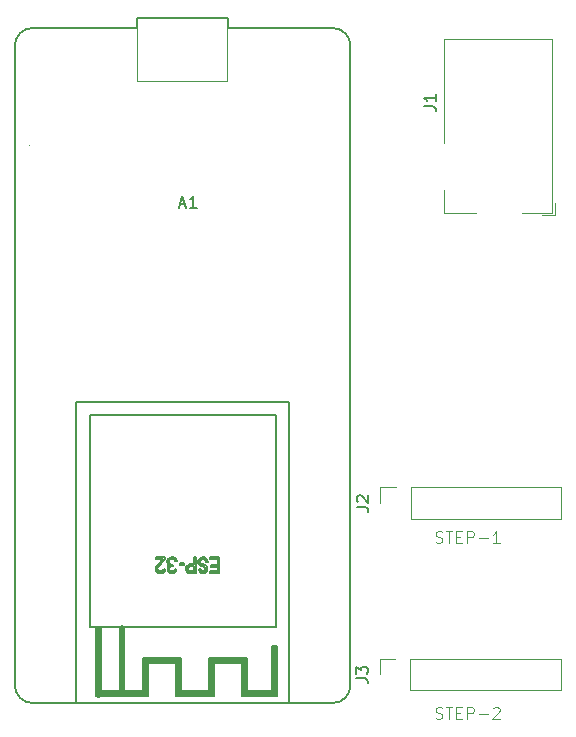
<source format=gbr>
%TF.GenerationSoftware,KiCad,Pcbnew,9.0.2*%
%TF.CreationDate,2025-06-04T23:15:31+05:30*%
%TF.ProjectId,andytrackerPCB,616e6479-7472-4616-936b-65725043422e,rev?*%
%TF.SameCoordinates,Original*%
%TF.FileFunction,Legend,Top*%
%TF.FilePolarity,Positive*%
%FSLAX46Y46*%
G04 Gerber Fmt 4.6, Leading zero omitted, Abs format (unit mm)*
G04 Created by KiCad (PCBNEW 9.0.2) date 2025-06-04 23:15:31*
%MOMM*%
%LPD*%
G01*
G04 APERTURE LIST*
%ADD10C,0.100000*%
%ADD11C,0.150000*%
%ADD12C,0.120000*%
%ADD13C,0.170000*%
%ADD14C,0.200000*%
%ADD15C,0.400000*%
%ADD16C,0.500000*%
G04 APERTURE END LIST*
D10*
X183256265Y-106324800D02*
X183399122Y-106372419D01*
X183399122Y-106372419D02*
X183637217Y-106372419D01*
X183637217Y-106372419D02*
X183732455Y-106324800D01*
X183732455Y-106324800D02*
X183780074Y-106277180D01*
X183780074Y-106277180D02*
X183827693Y-106181942D01*
X183827693Y-106181942D02*
X183827693Y-106086704D01*
X183827693Y-106086704D02*
X183780074Y-105991466D01*
X183780074Y-105991466D02*
X183732455Y-105943847D01*
X183732455Y-105943847D02*
X183637217Y-105896228D01*
X183637217Y-105896228D02*
X183446741Y-105848609D01*
X183446741Y-105848609D02*
X183351503Y-105800990D01*
X183351503Y-105800990D02*
X183303884Y-105753371D01*
X183303884Y-105753371D02*
X183256265Y-105658133D01*
X183256265Y-105658133D02*
X183256265Y-105562895D01*
X183256265Y-105562895D02*
X183303884Y-105467657D01*
X183303884Y-105467657D02*
X183351503Y-105420038D01*
X183351503Y-105420038D02*
X183446741Y-105372419D01*
X183446741Y-105372419D02*
X183684836Y-105372419D01*
X183684836Y-105372419D02*
X183827693Y-105420038D01*
X184113408Y-105372419D02*
X184684836Y-105372419D01*
X184399122Y-106372419D02*
X184399122Y-105372419D01*
X185018170Y-105848609D02*
X185351503Y-105848609D01*
X185494360Y-106372419D02*
X185018170Y-106372419D01*
X185018170Y-106372419D02*
X185018170Y-105372419D01*
X185018170Y-105372419D02*
X185494360Y-105372419D01*
X185922932Y-106372419D02*
X185922932Y-105372419D01*
X185922932Y-105372419D02*
X186303884Y-105372419D01*
X186303884Y-105372419D02*
X186399122Y-105420038D01*
X186399122Y-105420038D02*
X186446741Y-105467657D01*
X186446741Y-105467657D02*
X186494360Y-105562895D01*
X186494360Y-105562895D02*
X186494360Y-105705752D01*
X186494360Y-105705752D02*
X186446741Y-105800990D01*
X186446741Y-105800990D02*
X186399122Y-105848609D01*
X186399122Y-105848609D02*
X186303884Y-105896228D01*
X186303884Y-105896228D02*
X185922932Y-105896228D01*
X186922932Y-105991466D02*
X187684837Y-105991466D01*
X188684836Y-106372419D02*
X188113408Y-106372419D01*
X188399122Y-106372419D02*
X188399122Y-105372419D01*
X188399122Y-105372419D02*
X188303884Y-105515276D01*
X188303884Y-105515276D02*
X188208646Y-105610514D01*
X188208646Y-105610514D02*
X188113408Y-105658133D01*
X183256265Y-121214856D02*
X183399122Y-121262475D01*
X183399122Y-121262475D02*
X183637217Y-121262475D01*
X183637217Y-121262475D02*
X183732455Y-121214856D01*
X183732455Y-121214856D02*
X183780074Y-121167236D01*
X183780074Y-121167236D02*
X183827693Y-121071998D01*
X183827693Y-121071998D02*
X183827693Y-120976760D01*
X183827693Y-120976760D02*
X183780074Y-120881522D01*
X183780074Y-120881522D02*
X183732455Y-120833903D01*
X183732455Y-120833903D02*
X183637217Y-120786284D01*
X183637217Y-120786284D02*
X183446741Y-120738665D01*
X183446741Y-120738665D02*
X183351503Y-120691046D01*
X183351503Y-120691046D02*
X183303884Y-120643427D01*
X183303884Y-120643427D02*
X183256265Y-120548189D01*
X183256265Y-120548189D02*
X183256265Y-120452951D01*
X183256265Y-120452951D02*
X183303884Y-120357713D01*
X183303884Y-120357713D02*
X183351503Y-120310094D01*
X183351503Y-120310094D02*
X183446741Y-120262475D01*
X183446741Y-120262475D02*
X183684836Y-120262475D01*
X183684836Y-120262475D02*
X183827693Y-120310094D01*
X184113408Y-120262475D02*
X184684836Y-120262475D01*
X184399122Y-121262475D02*
X184399122Y-120262475D01*
X185018170Y-120738665D02*
X185351503Y-120738665D01*
X185494360Y-121262475D02*
X185018170Y-121262475D01*
X185018170Y-121262475D02*
X185018170Y-120262475D01*
X185018170Y-120262475D02*
X185494360Y-120262475D01*
X185922932Y-121262475D02*
X185922932Y-120262475D01*
X185922932Y-120262475D02*
X186303884Y-120262475D01*
X186303884Y-120262475D02*
X186399122Y-120310094D01*
X186399122Y-120310094D02*
X186446741Y-120357713D01*
X186446741Y-120357713D02*
X186494360Y-120452951D01*
X186494360Y-120452951D02*
X186494360Y-120595808D01*
X186494360Y-120595808D02*
X186446741Y-120691046D01*
X186446741Y-120691046D02*
X186399122Y-120738665D01*
X186399122Y-120738665D02*
X186303884Y-120786284D01*
X186303884Y-120786284D02*
X185922932Y-120786284D01*
X186922932Y-120881522D02*
X187684837Y-120881522D01*
X188113408Y-120357713D02*
X188161027Y-120310094D01*
X188161027Y-120310094D02*
X188256265Y-120262475D01*
X188256265Y-120262475D02*
X188494360Y-120262475D01*
X188494360Y-120262475D02*
X188589598Y-120310094D01*
X188589598Y-120310094D02*
X188637217Y-120357713D01*
X188637217Y-120357713D02*
X188684836Y-120452951D01*
X188684836Y-120452951D02*
X188684836Y-120548189D01*
X188684836Y-120548189D02*
X188637217Y-120691046D01*
X188637217Y-120691046D02*
X188065789Y-121262475D01*
X188065789Y-121262475D02*
X188684836Y-121262475D01*
D11*
X176524819Y-117833333D02*
X177239104Y-117833333D01*
X177239104Y-117833333D02*
X177381961Y-117880952D01*
X177381961Y-117880952D02*
X177477200Y-117976190D01*
X177477200Y-117976190D02*
X177524819Y-118119047D01*
X177524819Y-118119047D02*
X177524819Y-118214285D01*
X176524819Y-117452380D02*
X176524819Y-116833333D01*
X176524819Y-116833333D02*
X176905771Y-117166666D01*
X176905771Y-117166666D02*
X176905771Y-117023809D01*
X176905771Y-117023809D02*
X176953390Y-116928571D01*
X176953390Y-116928571D02*
X177001009Y-116880952D01*
X177001009Y-116880952D02*
X177096247Y-116833333D01*
X177096247Y-116833333D02*
X177334342Y-116833333D01*
X177334342Y-116833333D02*
X177429580Y-116880952D01*
X177429580Y-116880952D02*
X177477200Y-116928571D01*
X177477200Y-116928571D02*
X177524819Y-117023809D01*
X177524819Y-117023809D02*
X177524819Y-117309523D01*
X177524819Y-117309523D02*
X177477200Y-117404761D01*
X177477200Y-117404761D02*
X177429580Y-117452380D01*
X176564819Y-103333333D02*
X177279104Y-103333333D01*
X177279104Y-103333333D02*
X177421961Y-103380952D01*
X177421961Y-103380952D02*
X177517200Y-103476190D01*
X177517200Y-103476190D02*
X177564819Y-103619047D01*
X177564819Y-103619047D02*
X177564819Y-103714285D01*
X176660057Y-102904761D02*
X176612438Y-102857142D01*
X176612438Y-102857142D02*
X176564819Y-102761904D01*
X176564819Y-102761904D02*
X176564819Y-102523809D01*
X176564819Y-102523809D02*
X176612438Y-102428571D01*
X176612438Y-102428571D02*
X176660057Y-102380952D01*
X176660057Y-102380952D02*
X176755295Y-102333333D01*
X176755295Y-102333333D02*
X176850533Y-102333333D01*
X176850533Y-102333333D02*
X176993390Y-102380952D01*
X176993390Y-102380952D02*
X177564819Y-102952380D01*
X177564819Y-102952380D02*
X177564819Y-102333333D01*
X182247319Y-69383333D02*
X182961604Y-69383333D01*
X182961604Y-69383333D02*
X183104461Y-69430952D01*
X183104461Y-69430952D02*
X183199700Y-69526190D01*
X183199700Y-69526190D02*
X183247319Y-69669047D01*
X183247319Y-69669047D02*
X183247319Y-69764285D01*
X183247319Y-68383333D02*
X183247319Y-68954761D01*
X183247319Y-68669047D02*
X182247319Y-68669047D01*
X182247319Y-68669047D02*
X182390176Y-68764285D01*
X182390176Y-68764285D02*
X182485414Y-68859523D01*
X182485414Y-68859523D02*
X182533033Y-68954761D01*
X161585714Y-77699104D02*
X162061904Y-77699104D01*
X161490476Y-77984819D02*
X161823809Y-76984819D01*
X161823809Y-76984819D02*
X162157142Y-77984819D01*
X163014285Y-77984819D02*
X162442857Y-77984819D01*
X162728571Y-77984819D02*
X162728571Y-76984819D01*
X162728571Y-76984819D02*
X162633333Y-77127676D01*
X162633333Y-77127676D02*
X162538095Y-77222914D01*
X162538095Y-77222914D02*
X162442857Y-77270533D01*
D12*
%TO.C,J3*%
X178510000Y-116170000D02*
X179840000Y-116170000D01*
X178510000Y-117500000D02*
X178510000Y-116170000D01*
X181110000Y-116170000D02*
X193870000Y-116170000D01*
X181110000Y-118830000D02*
X181110000Y-116170000D01*
X181110000Y-118830000D02*
X193870000Y-118830000D01*
X193870000Y-118830000D02*
X193870000Y-116170000D01*
%TO.C,J2*%
X178550000Y-101670000D02*
X179880000Y-101670000D01*
X178550000Y-103000000D02*
X178550000Y-101670000D01*
X181150000Y-101670000D02*
X193910000Y-101670000D01*
X181150000Y-104330000D02*
X181150000Y-101670000D01*
X181150000Y-104330000D02*
X193910000Y-104330000D01*
X193910000Y-104330000D02*
X193910000Y-101670000D01*
%TO.C,J1*%
X183942500Y-63700000D02*
X193142500Y-63700000D01*
X183942500Y-72500000D02*
X183942500Y-63700000D01*
X183942500Y-78400000D02*
X183942500Y-76500000D01*
X186642500Y-78400000D02*
X183942500Y-78400000D01*
X192292500Y-78600000D02*
X193342500Y-78600000D01*
X193142500Y-63700000D02*
X193142500Y-78400000D01*
X193142500Y-78400000D02*
X190542500Y-78400000D01*
X193342500Y-77550000D02*
X193342500Y-78600000D01*
D13*
%TO.C,A1*%
X147621219Y-118418287D02*
X147621219Y-64275051D01*
X149121219Y-62775051D02*
X157951733Y-62775051D01*
D14*
X154505248Y-119310276D02*
X154505248Y-113460276D01*
D15*
X154705248Y-113610276D02*
X154705248Y-119210276D01*
X154705248Y-119110276D02*
X156655248Y-119110276D01*
D14*
X154905248Y-118910276D02*
X154905248Y-113510276D01*
X154905248Y-118910276D02*
X154905248Y-113510276D01*
X156505248Y-113460276D02*
X156505248Y-118910276D01*
X156505248Y-118910276D02*
X154905248Y-118910276D01*
D15*
X156655248Y-119110276D02*
X158705248Y-119110276D01*
D16*
X156705248Y-119160276D02*
X156705248Y-113610276D01*
D14*
X156905248Y-113460276D02*
X156905248Y-118910276D01*
X156905248Y-118910276D02*
X158505248Y-118910276D01*
D13*
X157951733Y-61960000D02*
X165665836Y-61960000D01*
X157951733Y-62775051D02*
X157951733Y-61960000D01*
D14*
X158505248Y-116110276D02*
X161705248Y-116110276D01*
X158505248Y-118910276D02*
X158505248Y-116110276D01*
D15*
X158705248Y-116310276D02*
X161455248Y-116310276D01*
X158705248Y-119110276D02*
X158705248Y-116310276D01*
D14*
X158905248Y-116510276D02*
X158905248Y-119310276D01*
X158905248Y-116510276D02*
X158905248Y-119310276D01*
X158905248Y-119310276D02*
X154505248Y-119310276D01*
X159563408Y-107587676D02*
X160361408Y-107587676D01*
X159563408Y-107729176D02*
X159563408Y-107587676D01*
X159563408Y-108549776D02*
X159585578Y-108436576D01*
X159563408Y-108606376D02*
X159563408Y-108549776D01*
X159585578Y-108436576D02*
X159629908Y-108351676D01*
X159585578Y-108719576D02*
X159563408Y-108606376D01*
X159629908Y-108351676D02*
X160184078Y-107729176D01*
X159674248Y-108832776D02*
X159585578Y-108719576D01*
X159696408Y-108549776D02*
X159696408Y-108606376D01*
X159696408Y-108606376D02*
X159740748Y-108691276D01*
X159740748Y-108436576D02*
X159696408Y-108549776D01*
X159740748Y-108691276D02*
X159807248Y-108747876D01*
X159762908Y-108889376D02*
X159674248Y-108832776D01*
X159807248Y-108747876D02*
X159918078Y-108776176D01*
X159895908Y-108917676D02*
X159762908Y-108889376D01*
X159918078Y-108776176D02*
X160006748Y-108776176D01*
X159984578Y-108917676D02*
X159895908Y-108917676D01*
X160006748Y-108776176D02*
X160117578Y-108747876D01*
X160117578Y-108747876D02*
X160184078Y-108691276D01*
X160139748Y-108889376D02*
X159984578Y-108917676D01*
X160184078Y-107729176D02*
X159563408Y-107729176D01*
X160184078Y-108691276D02*
X160228408Y-108606376D01*
X160228408Y-108606376D02*
X160339248Y-108606376D01*
X160228408Y-108832776D02*
X160139748Y-108889376D01*
X160317078Y-108719576D02*
X160228408Y-108832776D01*
X160339248Y-108606376D02*
X160317078Y-108719576D01*
X160361408Y-107587676D02*
X160361408Y-107729176D01*
X160361408Y-107729176D02*
X159740748Y-108436576D01*
X160538748Y-107898976D02*
X160560908Y-107814076D01*
X160538748Y-108012176D02*
X160538748Y-107898976D01*
X160560908Y-107814076D02*
X160605248Y-107729176D01*
X160560908Y-108125376D02*
X160538748Y-108012176D01*
X160560908Y-108549776D02*
X160583078Y-108436576D01*
X160560908Y-108606376D02*
X160560908Y-108549776D01*
X160583078Y-108436576D02*
X160627408Y-108351676D01*
X160583078Y-108719576D02*
X160560908Y-108606376D01*
X160605248Y-107729176D02*
X160671748Y-107672576D01*
X160605248Y-108210276D02*
X160560908Y-108125376D01*
X160627408Y-108351676D02*
X160716078Y-108266776D01*
X160649578Y-107898976D02*
X160649578Y-108012176D01*
X160649578Y-108012176D02*
X160693908Y-108125376D01*
X160671748Y-107672576D02*
X160760408Y-107615976D01*
X160671748Y-107842376D02*
X160649578Y-107898976D01*
X160671748Y-108549776D02*
X160671748Y-108606376D01*
X160671748Y-108606376D02*
X160716078Y-108691276D01*
X160671748Y-108832776D02*
X160583078Y-108719576D01*
X160693908Y-108125376D02*
X160760408Y-108181976D01*
X160716078Y-107785776D02*
X160671748Y-107842376D01*
X160716078Y-108266776D02*
X160605248Y-108210276D01*
X160716078Y-108436576D02*
X160671748Y-108549776D01*
X160716078Y-108691276D02*
X160782578Y-108747876D01*
X160760408Y-107615976D02*
X160849078Y-107587676D01*
X160760408Y-107757476D02*
X160716078Y-107785776D01*
X160760408Y-108181976D02*
X160893408Y-108210276D01*
X160760408Y-108379976D02*
X160716078Y-108436576D01*
X160760408Y-108889376D02*
X160671748Y-108832776D01*
X160782578Y-108747876D02*
X160893408Y-108776176D01*
X160849078Y-107587676D02*
X161026408Y-107587676D01*
X160871248Y-107729176D02*
X160760408Y-107757476D01*
X160893408Y-108210276D02*
X160982078Y-108210276D01*
X160893408Y-108323376D02*
X160760408Y-108379976D01*
X160893408Y-108776176D02*
X160982078Y-108776176D01*
X160915578Y-108917676D02*
X160760408Y-108889376D01*
X160959908Y-108917676D02*
X160915578Y-108917676D01*
X160982078Y-108210276D02*
X160982078Y-108323376D01*
X160982078Y-108323376D02*
X160893408Y-108323376D01*
X160982078Y-108776176D02*
X161092908Y-108747876D01*
X161004248Y-107729176D02*
X160871248Y-107729176D01*
X161026408Y-107587676D02*
X161115078Y-107615976D01*
X161092908Y-108747876D02*
X161159408Y-108691276D01*
X161115078Y-107615976D02*
X161203748Y-107672576D01*
X161115078Y-107757476D02*
X161004248Y-107729176D01*
X161115078Y-108889376D02*
X160959908Y-108917676D01*
X161159408Y-107785776D02*
X161115078Y-107757476D01*
X161159408Y-108691276D02*
X161203748Y-108606376D01*
X161203748Y-107672576D02*
X161270248Y-107729176D01*
X161203748Y-107842376D02*
X161159408Y-107785776D01*
X161203748Y-108606376D02*
X161314578Y-108606376D01*
X161203748Y-108832776D02*
X161115078Y-108889376D01*
X161225908Y-107898976D02*
X161203748Y-107842376D01*
X161270248Y-107729176D02*
X161314578Y-107814076D01*
X161292408Y-108719576D02*
X161203748Y-108832776D01*
X161305248Y-116510276D02*
X158905248Y-116510276D01*
X161305248Y-119310276D02*
X161305248Y-116510276D01*
X161314578Y-107814076D02*
X161336748Y-107898976D01*
X161314578Y-108606376D02*
X161292408Y-108719576D01*
X161336748Y-107898976D02*
X161225908Y-107898976D01*
D12*
X161455248Y-116310276D02*
X161555248Y-116410276D01*
D15*
X161555248Y-116410276D02*
X161555248Y-119110276D01*
X161555248Y-119110276D02*
X164255248Y-119110276D01*
D14*
X161650083Y-108068776D02*
X161960413Y-108068776D01*
X161650083Y-108210276D02*
X161650083Y-108068776D01*
X161705248Y-116110276D02*
X161705248Y-118910276D01*
X161705248Y-116110276D02*
X161705248Y-118910276D01*
X161705248Y-118910276D02*
X164105248Y-118910276D01*
X161960413Y-108068776D02*
X161960413Y-108210276D01*
X161960413Y-108210276D02*
X161650083Y-108210276D01*
X162139248Y-108493226D02*
X162161408Y-108408326D01*
X162139248Y-108606426D02*
X162139248Y-108493226D01*
X162161408Y-108408326D02*
X162227908Y-108295126D01*
X162161408Y-108691326D02*
X162139248Y-108606426D01*
X162227908Y-108295126D02*
X162316578Y-108210326D01*
X162227908Y-108804526D02*
X162161408Y-108691326D01*
X162272248Y-108521526D02*
X162272248Y-108606426D01*
X162272248Y-108606426D02*
X162294408Y-108691326D01*
X162294408Y-108436626D02*
X162272248Y-108521526D01*
X162294408Y-108691326D02*
X162338748Y-108747926D01*
X162316578Y-108210326D02*
X162427408Y-108182026D01*
X162316578Y-108889426D02*
X162227908Y-108804526D01*
X162338748Y-108380026D02*
X162294408Y-108436626D01*
X162338748Y-108747926D02*
X162405248Y-108776226D01*
X162405248Y-108351726D02*
X162338748Y-108380026D01*
X162405248Y-108776226D02*
X162826408Y-108776226D01*
X162427408Y-108182026D02*
X162826408Y-108182026D01*
X162427408Y-108917726D02*
X162316578Y-108889426D01*
X162826408Y-107587726D02*
X162959408Y-107587726D01*
X162826408Y-108182026D02*
X162826408Y-107587726D01*
X162826408Y-108351726D02*
X162405248Y-108351726D01*
X162826408Y-108776226D02*
X162826408Y-108351726D01*
X162959408Y-107587726D02*
X162959408Y-108917726D01*
X162959408Y-108917726D02*
X162427408Y-108917726D01*
X163136748Y-107899026D02*
X163181078Y-107785826D01*
X163136748Y-108040526D02*
X163136748Y-107899026D01*
X163181078Y-107785826D02*
X163269748Y-107672626D01*
X163181078Y-108153726D02*
X163136748Y-108040526D01*
X163203248Y-108606426D02*
X163336248Y-108606426D01*
X163225408Y-108691326D02*
X163203248Y-108606426D01*
X163269748Y-107672626D02*
X163358408Y-107616026D01*
X163269748Y-107927326D02*
X163269748Y-108012226D01*
X163269748Y-108012226D02*
X163314078Y-108097126D01*
X163269748Y-108266826D02*
X163181078Y-108153726D01*
X163291908Y-108804526D02*
X163225408Y-108691326D01*
X163314078Y-107842426D02*
X163269748Y-107927326D01*
X163314078Y-108097126D02*
X163380578Y-108153726D01*
X163336248Y-108606426D02*
X163358408Y-108663026D01*
X163358408Y-107616026D02*
X163469248Y-107587726D01*
X163358408Y-108323426D02*
X163269748Y-108266826D01*
X163358408Y-108663026D02*
X163402748Y-108719626D01*
X163380578Y-107785826D02*
X163314078Y-107842426D01*
X163380578Y-108153726D02*
X163469248Y-108182026D01*
X163380578Y-108889426D02*
X163291908Y-108804526D01*
X163402748Y-108719626D02*
X163469248Y-108747926D01*
X163469248Y-107587726D02*
X163646578Y-107587726D01*
X163469248Y-107757526D02*
X163380578Y-107785826D01*
X163469248Y-108182026D02*
X163602248Y-108182026D01*
X163469248Y-108351726D02*
X163358408Y-108323426D01*
X163469248Y-108747926D02*
X163602248Y-108747926D01*
X163491408Y-108917726D02*
X163380578Y-108889426D01*
X163602248Y-108182026D02*
X163690908Y-108210326D01*
X163602248Y-108351726D02*
X163469248Y-108351726D01*
X163602248Y-108747926D02*
X163668748Y-108719626D01*
X163602248Y-108917726D02*
X163491408Y-108917726D01*
X163646578Y-107587726D02*
X163757408Y-107616026D01*
X163646578Y-107757526D02*
X163469248Y-107757526D01*
X163668748Y-108380026D02*
X163602248Y-108351726D01*
X163668748Y-108719626D02*
X163735248Y-108663026D01*
X163690908Y-108210326D02*
X163779578Y-108266826D01*
X163690908Y-108889426D02*
X163602248Y-108917726D01*
X163735248Y-107785826D02*
X163646578Y-107757526D01*
X163735248Y-108436626D02*
X163668748Y-108380026D01*
X163735248Y-108663026D02*
X163757408Y-108578126D01*
X163757408Y-107616026D02*
X163868248Y-107700926D01*
X163757408Y-108521526D02*
X163735248Y-108436626D01*
X163757408Y-108578126D02*
X163757408Y-108521526D01*
X163779578Y-108266826D02*
X163868248Y-108380026D01*
X163779578Y-108832826D02*
X163690908Y-108889426D01*
X163801748Y-107870726D02*
X163735248Y-107785826D01*
X163823908Y-107955626D02*
X163801748Y-107870726D01*
X163868248Y-107700926D02*
X163934748Y-107842426D01*
X163868248Y-108380026D02*
X163890408Y-108493226D01*
X163868248Y-108719626D02*
X163779578Y-108832826D01*
X163890408Y-108493226D02*
X163890408Y-108606426D01*
X163890408Y-108606426D02*
X163868248Y-108719626D01*
X163934748Y-107842426D02*
X163956908Y-107955626D01*
X163956908Y-107955626D02*
X163823908Y-107955626D01*
X164105248Y-116110276D02*
X167305248Y-116110276D01*
X164105248Y-118910276D02*
X164105248Y-116110276D01*
X164134248Y-107587726D02*
X164932248Y-107587726D01*
X164134248Y-107757526D02*
X164134248Y-107587726D01*
X164134248Y-108747926D02*
X164799248Y-108747926D01*
X164134248Y-108917726D02*
X164134248Y-108747926D01*
X164222908Y-108210326D02*
X164799248Y-108210326D01*
X164222908Y-108380026D02*
X164222908Y-108210326D01*
D15*
X164255248Y-116360276D02*
X167055248Y-116360276D01*
X164255248Y-119110276D02*
X164255248Y-116360276D01*
D14*
X164505248Y-116510276D02*
X164505248Y-119310276D01*
X164505248Y-116510276D02*
X164505248Y-119310276D01*
X164505248Y-119310276D02*
X161305248Y-119310276D01*
X164799248Y-107757526D02*
X164134248Y-107757526D01*
X164799248Y-108210326D02*
X164799248Y-107757526D01*
X164799248Y-108380026D02*
X164222908Y-108380026D01*
X164799248Y-108747926D02*
X164799248Y-108380026D01*
X164932248Y-107587726D02*
X164932248Y-108917726D01*
X164932248Y-108917726D02*
X164134248Y-108917726D01*
D13*
X165665836Y-61960000D02*
X165665836Y-62775051D01*
X165665836Y-62775051D02*
X174550000Y-62775051D01*
D14*
X166905248Y-116510276D02*
X164505248Y-116510276D01*
X166905248Y-119310276D02*
X166905248Y-116510276D01*
D15*
X167055248Y-116360276D02*
X167055248Y-119110276D01*
X167055248Y-119110276D02*
X169605248Y-119110276D01*
D14*
X167305248Y-116110276D02*
X167305248Y-118910276D01*
X167305248Y-116110276D02*
X167305248Y-118910276D01*
X167305248Y-118910276D02*
X169405248Y-118910276D01*
X169405248Y-118910276D02*
X169405248Y-115110276D01*
X169407248Y-115098276D02*
X169807248Y-115098276D01*
D15*
X169605248Y-119110276D02*
X169605248Y-115210276D01*
D14*
X169805248Y-115110276D02*
X169805248Y-119310276D01*
X169805248Y-115110276D02*
X169805248Y-119310276D01*
X169805248Y-119310276D02*
X166905248Y-119310276D01*
X170805248Y-119910276D02*
X152805248Y-119910276D01*
D13*
X174550000Y-119918287D02*
X149121219Y-119918287D01*
X176050000Y-64275051D02*
X176050000Y-118418287D01*
D14*
X153955248Y-95498144D02*
X169717378Y-95498144D01*
X169717378Y-113460276D01*
X153955248Y-113460276D01*
X153955248Y-95498144D01*
D12*
X157951733Y-61960000D02*
X165600000Y-61960000D01*
X165600000Y-67260000D01*
X157951733Y-67260000D01*
X157951733Y-61960000D01*
D11*
X170805248Y-94410276D02*
X152805248Y-94410276D01*
X152805248Y-119910276D01*
X170805248Y-119910276D01*
X170805248Y-94410276D01*
D13*
X147621219Y-64275051D02*
G75*
G02*
X149121219Y-62775051I1500001J-1D01*
G01*
X149121219Y-119918287D02*
G75*
G02*
X147621219Y-118418287I1J1500001D01*
G01*
X174550000Y-62775051D02*
G75*
G02*
X176049949Y-64275051I0J-1499949D01*
G01*
X176050000Y-118418287D02*
G75*
G02*
X174550000Y-119918280I-1500000J7D01*
G01*
D12*
X148800001Y-72664846D02*
X148800001Y-72664846D01*
X148800001Y-72664846D01*
X148800001Y-72664846D01*
X148800001Y-72664846D01*
X148800001Y-72664846D01*
X148800001Y-72664847D01*
X148800001Y-72664847D01*
X148800001Y-72664847D01*
X148800001Y-72664847D01*
X148800001Y-72664847D01*
X148800001Y-72664847D01*
X148800001Y-72664847D01*
X148800000Y-72664847D01*
X148800000Y-72664847D01*
X148800000Y-72664847D01*
X148800000Y-72664847D01*
X148800000Y-72664847D01*
X148800000Y-72664847D01*
X148800000Y-72664847D01*
X148800000Y-72664847D01*
X148800000Y-72664847D01*
X148800000Y-72664847D01*
X148800000Y-72664847D01*
X148800000Y-72664847D01*
X148799999Y-72664847D01*
X148799999Y-72664847D01*
X148799999Y-72664847D01*
X148799999Y-72664847D01*
X148799999Y-72664847D01*
X148799999Y-72664847D01*
X148799999Y-72664846D01*
X148799999Y-72664846D01*
X148799999Y-72664846D01*
X148799999Y-72664846D01*
X148799999Y-72664846D01*
X148799999Y-72664846D01*
X148799999Y-72664846D02*
X148799999Y-72664846D01*
X148799999Y-72664846D01*
X148799999Y-72664846D01*
X148799999Y-72664846D01*
X148799999Y-72664846D01*
X148799999Y-72664846D01*
X148799999Y-72664845D01*
X148799999Y-72664845D01*
X148799999Y-72664845D01*
X148799999Y-72664845D01*
X148799999Y-72664845D01*
X148800000Y-72664845D01*
X148800000Y-72664845D01*
X148800000Y-72664845D01*
X148800000Y-72664845D01*
X148800000Y-72664845D01*
X148800000Y-72664845D01*
X148800000Y-72664845D01*
X148800000Y-72664845D01*
X148800000Y-72664845D01*
X148800000Y-72664845D01*
X148800000Y-72664845D01*
X148800000Y-72664845D01*
X148800001Y-72664845D01*
X148800001Y-72664845D01*
X148800001Y-72664845D01*
X148800001Y-72664845D01*
X148800001Y-72664845D01*
X148800001Y-72664845D01*
X148800001Y-72664846D01*
X148800001Y-72664846D01*
X148800001Y-72664846D01*
X148800001Y-72664846D01*
X148800001Y-72664846D01*
X148800001Y-72664846D01*
X148800001Y-72664846D01*
%TD*%
M02*

</source>
